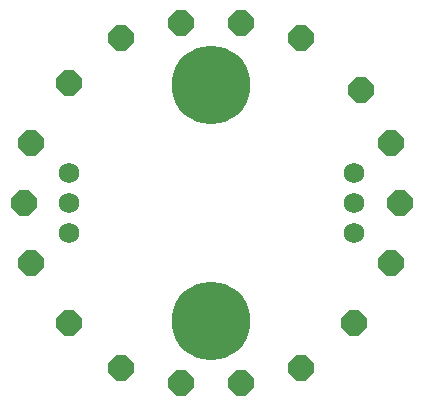
<source format=gbs>
G75*
%MOIN*%
%OFA0B0*%
%FSLAX24Y24*%
%IPPOS*%
%LPD*%
%AMOC8*
5,1,8,0,0,1.08239X$1,22.5*
%
%ADD10OC8,0.0840*%
%ADD11C,0.0680*%
%ADD12C,0.2620*%
D10*
X002350Y003100D03*
X004100Y001600D03*
X006100Y001100D03*
X008100Y001100D03*
X010100Y001600D03*
X011850Y003100D03*
X013100Y005100D03*
X013400Y007100D03*
X013100Y009100D03*
X012100Y010850D03*
X010100Y012600D03*
X008100Y013100D03*
X006100Y013100D03*
X004100Y012600D03*
X002350Y011100D03*
X001100Y009100D03*
X000850Y007100D03*
X001100Y005100D03*
D11*
X002350Y006100D03*
X002350Y007100D03*
X002350Y008100D03*
X011850Y008100D03*
X011850Y007100D03*
X011850Y006100D03*
D12*
X007100Y003163D03*
X007100Y011038D03*
M02*

</source>
